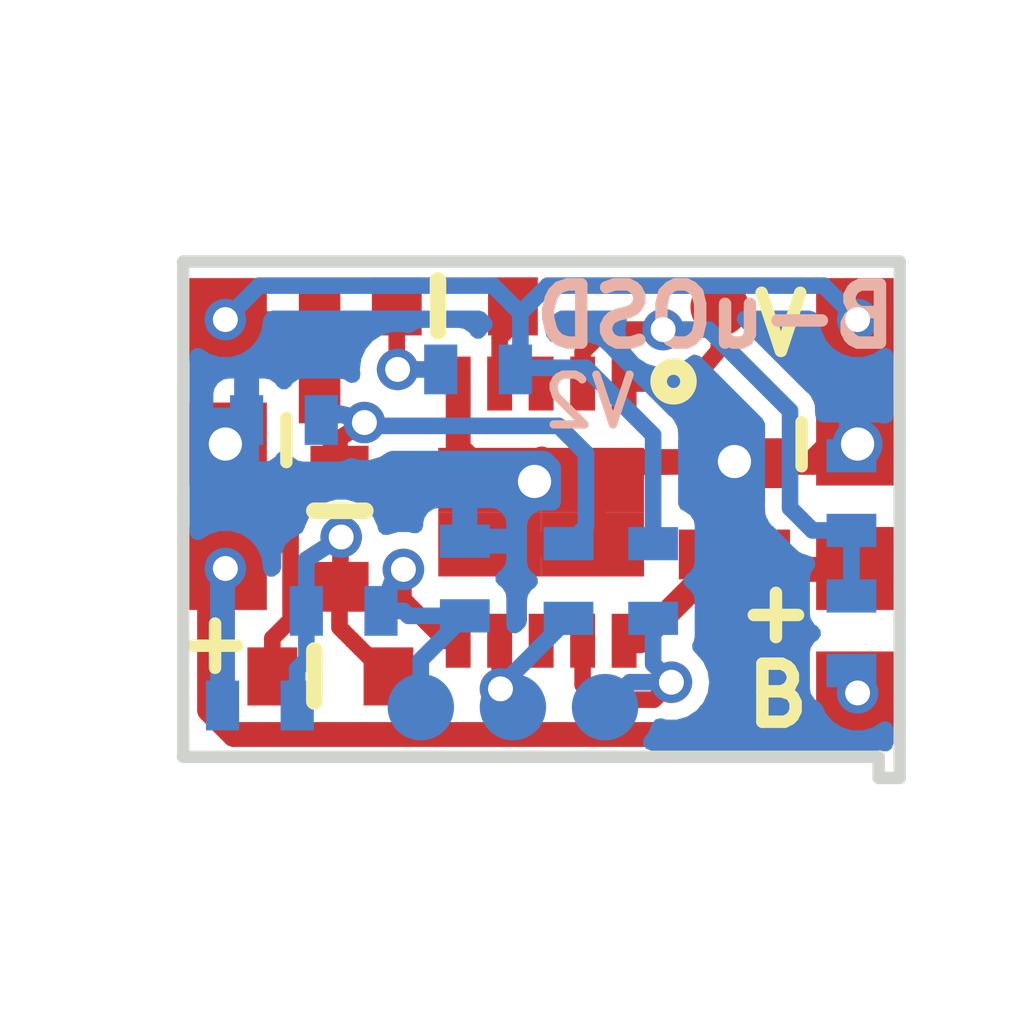
<source format=kicad_pcb>
(kicad_pcb (version 20221018) (generator pcbnew)
  (layers (0 "F.Cu" signal) (31 "B.Cu" signal) (34 "B.Paste" user) (35 "F.Paste" user) (36 "B.SilkS" user "B.Silkscreen") (37 "F.SilkS" user "F.Silkscreen") (38 "B.Mask" user) (39 "F.Mask" user) (44 "Edge.Cuts" user))
  (net 0 "")
  (net 1 "GND")
  (net 2 "VCC")
  (net 3 "Net-(C2-Pad1)")
  (net 4 "VIDEO")
  (net 5 "Net-(D1-Pad1)")
  (net 6 "Net-(D1-Pad2)")
  (net 7 "+BATT")
  (net 8 "Net-(R3-Pad2)")
  (net 9 "Net-(J3-Pad1)")
  (net 10 "Net-(J5-Pad1)")
  (net 11 "Net-(D2-Pad2)")
  (net 12 "Net-(J6-Pad1)")
  (net 13 "Net-(J4-Pad1)")
  (footprint "Capacitors_SMD:C_0402_NoSilk" (layer "F.Cu") (at 144.9 111.59 90)
    (fp_text reference "C2" hide)
    (fp_text value "100n" hide)
    (pad "1" smd rect (at -0.55 0 90) (size 0.6 0.5) (layers "F.Cu" "F.Paste" "F.Mask") (net 3 "Net-(C2-Pad1)"))
    (pad "2" smd rect (at 0.55 0 90) (size 0.6 0.5) (layers "F.Cu" "F.Paste" "F.Mask") (net 4 "VIDEO"))
  )
  (footprint "Capacitors_SMD:C_0402_NoSilk" (layer "F.Cu") (at 150.32 113.47 90)
    (fp_text reference "C4" hide)
    (fp_text value "100n")
    (pad "1" smd rect (at -0.55 0 90) (size 0.6 0.5) (layers "F.Cu" "F.Paste" "F.Mask") (net 2 "VCC"))
    (pad "2" smd rect (at 0.55 0 90) (size 0.6 0.5) (layers "F.Cu" "F.Paste" "F.Mask") (net 1 "GND"))
  )
  (footprint "D_SOD-523" (layer "F.Cu") (at 146.53 111.03)
    (fp_text reference "D1" hide)
    (fp_text value "1N4148WT")
    (pad "1" smd rect (at -0.7 0 180) (size 0.6 0.7) (layers "F.Cu" "F.Paste" "F.Mask") (net 5 "Net-(D1-Pad1)"))
    (pad "2" smd rect (at 0.7 0 180) (size 0.6 0.7) (layers "F.Cu" "F.Paste" "F.Mask") (net 6 "Net-(D1-Pad2)"))
  )
  (footprint "4pin_SMD_small" (layer "F.Cu") (at 151.384 115.189 90)
    (fp_text reference "J1" hide)
    (fp_text value "Camera" hide)
    (pad "1" smd rect (at -0.5 0 90) (size 1 1) (layers "F.Cu" "F.Paste" "F.Mask") (net 7 "+BATT"))
    (pad "2" smd rect (at 1 0 90) (size 1 1) (layers "F.Cu" "F.Paste" "F.Mask") (net 2 "VCC"))
    (pad "3" smd rect (at 2.5 0 90) (size 1 1) (layers "F.Cu" "F.Paste" "F.Mask") (net 1 "GND"))
    (pad "4" smd rect (at 4 0 90) (size 1 1) (layers "F.Cu" "F.Paste" "F.Mask") (net 4 "VIDEO"))
  )
  (footprint ".pretty:4pin_SMD_small" (layer "F.Cu") (at 143.764 115.189 90)
    (fp_text reference "J2" hide)
    (fp_text value "VTX" hide)
    (pad "2" smd rect (at 1 0 90) (size 1 1) (layers "F.Cu" "F.Paste" "F.Mask") (net 2 "VCC"))
    (pad "3" smd rect (at 2.5 0 90) (size 1 1) (layers "F.Cu" "F.Paste" "F.Mask") (net 1 "GND"))
    (pad "4" smd rect (at 4 0 90) (size 1 1) (layers "F.Cu" "F.Paste" "F.Mask") (net 4 "VIDEO"))
  )
  (footprint "DFN-10-1EP_3x3mm_Pitch0.5mm" (layer "F.Cu") (at 147.57 113.51 -90)
    (fp_text reference "U2" hide)
    (fp_text value "ATTINY13A-MMU")
    (pad "1" smd rect (at -1.55 -1 270) (size 0.65 0.3) (layers "F.Cu" "F.Paste" "F.Mask") (net 9 "Net-(J3-Pad1)"))
    (pad "2" smd rect (at -1.55 -0.5 270) (size 0.65 0.3) (layers "F.Cu" "F.Paste" "F.Mask") (net 8 "Net-(R3-Pad2)"))
    (pad "3" smd rect (at -1.55 0 270) (size 0.65 0.3) (layers "F.Cu" "F.Paste" "F.Mask"))
    (pad "4" smd rect (at -1.55 0.5 270) (size 0.65 0.3) (layers "F.Cu" "F.Paste" "F.Mask") (net 6 "Net-(D1-Pad2)"))
    (pad "5" smd rect (at -1.55 1 270) (size 0.65 0.3) (layers "F.Cu" "F.Paste" "F.Mask") (net 1 "GND"))
    (pad "5" smd rect (at -0.3875 -0.62 270) (size 0.775 1.24) (layers "F.Cu" "F.Paste" "F.Mask") (net 1 "GND"))
    (pad "5" smd rect (at -0.3875 0.62 270) (size 0.775 1.24) (layers "F.Cu" "F.Paste" "F.Mask") (net 1 "GND"))
    (pad "5" smd rect (at 0.3875 -0.62 270) (size 0.775 1.24) (layers "F.Cu" "F.Paste" "F.Mask") (net 1 "GND"))
    (pad "5" smd rect (at 0.3875 0.62 270) (size 0.775 1.24) (layers "F.Cu" "F.Paste" "F.Mask") (net 1 "GND"))
    (pad "6" smd rect (at 1.55 1 270) (size 0.65 0.3) (layers "F.Cu" "F.Paste" "F.Mask") (net 12 "Net-(J6-Pad1)"))
    (pad "7" smd rect (at 1.55 0.5 270) (size 0.65 0.3) (layers "F.Cu" "F.Paste" "F.Mask") (net 13 "Net-(J4-Pad1)"))
    (pad "8" smd rect (at 1.55 0 270) (size 0.65 0.3) (layers "F.Cu" "F.Paste" "F.Mask"))
    (pad "9" smd rect (at 1.55 -0.5 270) (size 0.65 0.3) (layers "F.Cu" "F.Paste" "F.Mask") (net 10 "Net-(J5-Pad1)"))
    (pad "10" smd rect (at 1.55 -1 270) (size 0.65 0.3) (layers "F.Cu" "F.Paste" "F.Mask") (net 2 "VCC"))
  )
  (footprint "Prog_pad" (layer "F.Cu") (at 149.72 111.04)
    (fp_text reference "J3" hide)
    (fp_text value "RST" hide)
    (pad "1" smd circle (at 0 0) (size 0.7 0.7) (layers "F.Cu" "F.Paste" "F.Mask") (net 9 "Net-(J3-Pad1)"))
  )
  (footprint "Diodes_SMD:D_SOD-523" (layer "F.Cu") (at 145.14 113.71 -90)
    (fp_text reference "D2" hide)
    (fp_text value "1N4148WT")
    (pad "1" smd rect (at -0.7 0 90) (size 0.6 0.7) (layers "F.Cu" "F.Paste" "F.Mask") (net 3 "Net-(C2-Pad1)"))
    (pad "2" smd rect (at 0.7 0 90) (size 0.6 0.7) (layers "F.Cu" "F.Paste" "F.Mask") (net 11 "Net-(D2-Pad2)"))
  )
  (footprint "Diodes_SMD:D_SOD-523" (layer "F.Cu") (at 145.03 115.49)
    (fp_text reference "D3" hide)
    (fp_text value "1N4148WT")
    (pad "1" smd rect (at -0.7 0 180) (size 0.6 0.7) (layers "F.Cu" "F.Paste" "F.Mask") (net 1 "GND"))
    (pad "2" smd rect (at 0.7 0 180) (size 0.6 0.7) (layers "F.Cu" "F.Paste" "F.Mask") (net 11 "Net-(D2-Pad2)"))
  )
  (footprint "Capacitors_SMD:C_0402_NoSilk" (layer "F.Cu") (at 149.48 113.47 90)
    (fp_text reference "C1" hide)
    (fp_text value "10uf")
    (pad "1" smd rect (at -0.55 0 90) (size 0.6 0.5) (layers "F.Cu" "F.Paste" "F.Mask") (net 2 "VCC"))
    (pad "2" smd rect (at 0.55 0 90) (size 0.6 0.5) (layers "F.Cu" "F.Paste" "F.Mask") (net 1 "GND"))
  )
  (footprint "Resistors_SMD:R_0402_NoSilk" (layer "B.Cu") (at 148.92 114.34 -90)
    (fp_text reference "R1" hide)
    (fp_text value "220" hide)
    (pad "1" smd rect (at -0.45 0 270) (size 0.4 0.6) (layers "B.Cu" "B.Paste" "B.Mask") (net 4 "VIDEO"))
    (pad "2" smd rect (at 0.45 0 270) (size 0.4 0.6) (layers "B.Cu" "B.Paste" "B.Mask") (net 10 "Net-(J5-Pad1)"))
  )
  (footprint "Resistors_SMD:R_0402_NoSilk" (layer "B.Cu") (at 146.81 111.79)
    (fp_text reference "R2" hide)
    (fp_text value "220" hide)
    (pad "1" smd rect (at -0.45 0) (size 0.4 0.6) (layers "B.Cu" "B.Paste" "B.Mask") (net 5 "Net-(D1-Pad1)"))
    (pad "2" smd rect (at 0.45 0) (size 0.4 0.6) (layers "B.Cu" "B.Paste" "B.Mask") (net 4 "VIDEO"))
  )
  (footprint "Resistors_SMD:R_0402_NoSilk" (layer "B.Cu") (at 151.31 114.97 90)
    (fp_text reference "R3" hide)
    (fp_text value "15K")
    (pad "1" smd rect (at -0.45 0 90) (size 0.4 0.6) (layers "B.Cu" "B.Paste" "B.Mask") (net 7 "+BATT"))
    (pad "2" smd rect (at 0.45 0 90) (size 0.4 0.6) (layers "B.Cu" "B.Paste" "B.Mask") (net 8 "Net-(R3-Pad2)"))
  )
  (footprint "Resistors_SMD:R_0402_NoSilk" (layer "B.Cu") (at 151.31 113.28 90)
    (fp_text reference "R4" hide)
    (fp_text value "1K")
    (pad "1" smd rect (at -0.45 0 90) (size 0.4 0.6) (layers "B.Cu" "B.Paste" "B.Mask") (net 8 "Net-(R3-Pad2)"))
    (pad "2" smd rect (at 0.45 0 90) (size 0.4 0.6) (layers "B.Cu" "B.Paste" "B.Mask") (net 1 "GND"))
  )
  (footprint "Resistors_SMD:R_0402_NoSilk" (layer "B.Cu") (at 144.47 112.4 180)
    (fp_text reference "R5" hide)
    (fp_text value "100K")
    (pad "1" smd rect (at -0.45 0 180) (size 0.4 0.6) (layers "B.Cu" "B.Paste" "B.Mask") (net 3 "Net-(C2-Pad1)"))
    (pad "2" smd rect (at 0.45 0 180) (size 0.4 0.6) (layers "B.Cu" "B.Paste" "B.Mask") (net 1 "GND"))
  )
  (footprint "Resistors_SMD:R_0402_NoSilk" (layer "B.Cu") (at 144.18 115.84)
    (fp_text reference "R6" hide)
    (fp_text value "10K")
    (pad "1" smd rect (at -0.45 0) (size 0.4 0.6) (layers "B.Cu" "B.Paste" "B.Mask") (net 2 "VCC"))
    (pad "2" smd rect (at 0.45 0) (size 0.4 0.6) (layers "B.Cu" "B.Paste" "B.Mask") (net 11 "Net-(D2-Pad2)"))
  )
  (footprint ".pretty:Prog_pad" (layer "B.Cu") (at 147.23 115.86)
    (fp_text reference "J4" hide)
    (fp_text value "MISO" hide)
    (pad "1" smd circle (at 0 0) (size 0.8 0.8) (layers "B.Cu" "B.Paste" "B.Mask") (net 13 "Net-(J4-Pad1)"))
  )
  (footprint ".pretty:Prog_pad" (layer "B.Cu") (at 148.34 115.86)
    (fp_text reference "J5" hide)
    (fp_text value "SCK" hide)
    (pad "1" smd circle (at 0 0) (size 0.8 0.8) (layers "B.Cu" "B.Paste" "B.Mask") (net 10 "Net-(J5-Pad1)"))
  )
  (footprint "Resistors_SMD:R_0402_NoSilk" (layer "B.Cu") (at 145.19 114.7)
    (fp_text reference "R7" hide)
    (fp_text value "90K")
    (pad "1" smd rect (at -0.45 0) (size 0.4 0.6) (layers "B.Cu" "B.Paste" "B.Mask") (net 11 "Net-(D2-Pad2)"))
    (pad "2" smd rect (at 0.45 0) (size 0.4 0.6) (layers "B.Cu" "B.Paste" "B.Mask") (net 12 "Net-(J6-Pad1)"))
  )
  (footprint ".pretty:Prog_pad" (layer "B.Cu") (at 146.12 115.86)
    (fp_text reference "J6" hide)
    (fp_text value "MOSI" hide)
    (pad "1" smd circle (at 0 0) (size 0.8 0.8) (layers "B.Cu" "B.Paste" "B.Mask") (net 12 "Net-(J6-Pad1)"))
  )
  (footprint "Resistors_SMD:R_0402_NoSilk" (layer "B.Cu") (at 146.65 114.31 90)
    (fp_text reference "R8" hide)
    (fp_text value "10K")
    (pad "1" smd rect (at -0.45 0 90) (size 0.4 0.6) (layers "B.Cu" "B.Paste" "B.Mask") (net 12 "Net-(J6-Pad1)"))
    (pad "2" smd rect (at 0.45 0 90) (size 0.4 0.6) (layers "B.Cu" "B.Paste" "B.Mask") (net 1 "GND"))
  )
  (footprint "Resistors_SMD:R_0402_NoSilk" (layer "B.Cu") (at 147.9 114.34 -90)
    (fp_text reference "R9" hide)
    (fp_text value "220")
    (pad "1" smd rect (at -0.45 0 270) (size 0.4 0.6) (layers "B.Cu" "B.Paste" "B.Mask") (net 3 "Net-(C2-Pad1)"))
    (pad "2" smd rect (at 0.45 0 270) (size 0.4 0.6) (layers "B.Cu" "B.Paste" "B.Mask") (net 13 "Net-(J4-Pad1)"))
  )
  (gr_line (start 144.8366 115.1772) (end 144.8366 115.79188) (stroke (width 0.2)) (layer "F.SilkS"))
  (gr_line (start 144.836489 113.4934) (end 145.451169 113.4934) (stroke (width 0.2)) (layer "F.SilkS"))
  (gr_line (start 146.3266 110.7172) (end 146.3266 111.33188) (stroke (width 0.2)) (layer "F.SilkS"))
  (gr_circle (center 149.166 111.934) (end 149.039 111.807) (stroke (width 0.2)) (fill none) (layer "F.SilkS"))
  (gr_line (start 151.892 116.713) (end 151.892 110.49) (stroke (width 0.15)) (layer "Edge.Cuts"))
  (gr_line (start 143.256 110.49) (end 143.256 116.459) (stroke (width 0.15)) (layer "Edge.Cuts"))
  (gr_line (start 143.256 116.459) (end 151.638 116.459) (stroke (width 0.15)) (layer "Edge.Cuts"))
  (gr_line (start 151.892 116.713) (end 151.638 116.713) (stroke (width 0.15)) (layer "Edge.Cuts"))
  (gr_line (start 151.638 116.459) (end 151.638 116.713) (stroke (width 0.15)) (layer "Edge.Cuts"))
  (gr_line (start 143.256 110.49) (end 151.892 110.49) (stroke (width 0.15)) (layer "Edge.Cuts"))
  (gr_text "B-uOSD" (at 149.67 111.15) (layer "B.SilkS") (effects (font (size 0.7 0.7)) (justify mirror)))
  (gr_text "V2" (at 148.15 112.18) (layer "B.SilkS") (effects (font (size 0.6 0.6) (thickness 0.1)) (justify mirror)))
  (gr_text "+" (at 143.64 115.07) (layer "F.SilkS") (effects (font (size 0.7 0.7))))
  (gr_text "V" (at 150.46 111.25) (layer "F.SilkS") (effects (font (size 0.7 0.7))))
  (gr_text "B" (at 150.42 115.72) (layer "F.SilkS") (effects (font (size 0.7 0.7))))
  (gr_text "-" (at 144.45 112.64 90) (layer "F.SilkS") (effects (font (size 0.7 0.7))))
  (gr_text "-" (at 150.66 112.69 90) (layer "F.SilkS") (effects (font (size 0.7 0.7))))
  (gr_text "+" (at 150.4 114.7) (layer "F.SilkS") (effects (font (size 0.7 0.7))))
  (segment (start 147.31636 112.99984) (end 147.35186 113.03534) (width 0.13) (layer "F.Cu") (net 1))
  (segment (start 147.33686 112.91484) (end 147.35186 112.92984) (width 0.13) (layer "F.Cu") (net 1))
  (segment (start 147.35186 112.92984) (end 147.35186 113.03534) (width 0.13) (layer "F.Cu") (net 1))
  (segment (start 144.061 112.987) (end 143.8 112.86) (width 0.3) (layer "F.Cu") (net 1))
  (segment (start 147.5765 112.869) (end 147.74 113.0325) (width 0.3) (layer "F.Cu") (net 1))
  (segment (start 151.071 112.689) (end 150.85 112.91) (width 0.3) (layer "F.Cu") (net 1))
  (segment (start 150.85 112.91) (end 150.28 112.91) (width 0.3) (layer "F.Cu") (net 1))
  (segment (start 147.49 113.14) (end 147.5675 113.2175) (width 0.3) (layer "F.Cu") (net 1))
  (segment (start 147.5675 113.2175) (end 147.68 113.2175) (width 0.3) (layer "F.Cu") (net 1))
  (segment (start 148.3925 112.92) (end 148.19 113.1225) (width 0.3) (layer "F.Cu") (net 1))
  (segment (start 146.57 112.7425) (end 146.95 113.1225) (width 0.3) (layer "F.Cu") (net 1))
  (segment (start 144.33 115.03) (end 144.55 114.81) (width 0.2) (layer "F.Cu") (net 1))
  (segment (start 144.55 114.81) (end 144.55 113.475) (width 0.2) (layer "F.Cu") (net 1))
  (segment (start 144.55 113.475) (end 143.764 112.689) (width 0.2) (layer "F.Cu") (net 1))
  (segment (start 148.4125 112.9) (end 148.19 113.1225) (width 0.3) (layer "F.Cu") (net 1))
  (segment (start 149.88 112.92) (end 149.9 112.9) (width 0.3) (layer "F.Cu") (net 1))
  (segment (start 149.9 112.9) (end 148.4125 112.9) (width 0.3) (layer "F.Cu") (net 1))
  (segment (start 146.95 113.8975) (end 148.19 113.8975) (width 0.3) (layer "F.Cu") (net 1))
  (segment (start 149.9 112.9) (end 148.3925 112.92) (width 0.3) (layer "F.Cu") (net 1))
  (segment (start 149.48 112.92) (end 149.88 112.92) (width 0.3) (layer "F.Cu") (net 1))
  (segment (start 149.9 112.9) (end 150.32 112.92) (width 0.3) (layer "F.Cu") (net 1))
  (segment (start 144.33 115.49) (end 144.33 115.03) (width 0.2) (layer "F.Cu") (net 1))
  (segment (start 146.57 111.96) (end 146.57 112.7425) (width 0.3) (layer "F.Cu") (net 1))
  (segment (start 147.68 113.2175) (end 147.74 113.0325) (width 0.3) (layer "F.Cu") (net 1))
  (segment (start 151.2 112.8) (end 151.03 112.757) (width 0.3) (layer "F.Cu") (net 1))
  (segment (start 148.19 113.8975) (end 148.19 113.1225) (width 0.3) (layer "F.Cu") (net 1))
  (segment (start 151.384 112.689) (end 151.071 112.689) (width 0.3) (layer "F.Cu") (net 1))
  (via (at 149.9 112.9) (size 0.6) (drill 0.4) (layers "F.Cu" "B.Cu") (net 1))
  (via (at 147.49 113.14) (size 0.6) (drill 0.4) (layers "F.Cu" "B.Cu") (net 1))
  (via (at 151.384 112.689) (size 0.6) (drill 0.4) (layers "F.Cu" "B.Cu") (net 1))
  (via (at 143.764 112.689) (size 0.6) (drill 0.4) (layers "F.Cu" "B.Cu") (net 1))
  (segment (start 151.384 112.689) (end 151.31 112.763) (width 0.3) (layer "B.Cu") (net 1))
  (segment (start 151.31 112.763) (end 151.31 112.83) (width 0.3) (layer "B.Cu") (net 1))
  (segment (start 143.764 112.689) (end 144.02 112.433) (width 0.3) (layer "B.Cu") (net 1))
  (segment (start 144.02 112.433) (end 144.02 112.27) (width 0.3) (layer "B.Cu") (net 1))
  (segment (start 143.764 112.784) (end 144.12 113.14) (width 0.3) (layer "B.Cu") (net 1))
  (segment (start 144.12 113.14) (end 146.96 113.14) (width 0.3) (layer "B.Cu") (net 1))
  (segment (start 146.96 113.14) (end 147.49 113.14) (width 0.3) (layer "B.Cu") (net 1))
  (segment (start 149.9 112.9) (end 149.92 112.88) (width 0.3) (layer "B.Cu") (net 1))
  (segment (start 146.65 113.27) (end 146.78 113.14) (width 0.3) (layer "B.Cu") (net 1))
  (segment (start 146.78 113.14) (end 147.49 113.14) (width 0.3) (layer "B.Cu") (net 1))
  (segment (start 146.65 113.86) (end 146.77 113.86) (width 0.3) (layer "B.Cu") (net 1))
  (segment (start 143.764 112.689) (end 143.764 112.784) (width 0.3) (layer "B.Cu") (net 1))
  (segment (start 146.65 113.86) (end 146.65 113.27) (width 0.3) (layer "B.Cu") (net 1))
  (segment (start 150.51 114.2) (end 150.521 114.189) (width 0.3) (layer "F.Cu") (net 2))
  (segment (start 150.521 114.189) (end 150.534 114.189) (width 0.3) (layer "F.Cu") (net 2))
  (segment (start 151.373 114.2) (end 151.384 114.189) (width 0.3) (layer "F.Cu") (net 2))
  (segment (start 143.574 115.894) (end 143.87 116.19) (width 0.3) (layer "F.Cu") (net 2))
  (segment (start 143.87 116.19) (end 149.94 116.19) (width 0.3) (layer "F.Cu") (net 2))
  (segment (start 149.94 116.19) (end 150.51 115.62) (width 0.3) (layer "F.Cu") (net 2))
  (segment (start 150.51 115.62) (end 150.51 114.2) (width 0.3) (layer "F.Cu") (net 2))
  (segment (start 150.51 114.2) (end 150.28 114.01) (width 0.3) (layer "F.Cu") (net 2))
  (segment (start 148.76 115.06) (end 149.48 114.34) (width 0.3) (layer "F.Cu") (net 2))
  (segment (start 149.48 114.34) (end 149.48 114.02) (width 0.3) (layer "F.Cu") (net 2))
  (segment (start 150.51 114.2) (end 151.373 114.2) (width 0.3) (layer "F.Cu") (net 2))
  (segment (start 148.57 115.06) (end 148.76 115.06) (width 0.3) (layer "F.Cu") (net 2))
  (segment (start 143.574 114.199) (end 143.574 115.894) (width 0.3) (layer "F.Cu") (net 2))
  (segment (start 149.48 114.02) (end 150.32 114.02) (width 0.3) (layer "F.Cu") (net 2))
  (segment (start 143.764 114.189) (end 144.059 114.189) (width 0.3) (layer "F.Cu") (net 2))
  (via (at 143.764 114.189) (size 0.5) (drill 0.3) (layers "F.Cu" "B.Cu") (net 2))
  (segment (start 143.73 114.223) (end 143.764 114.189) (width 0.3) (layer "B.Cu") (net 2))
  (segment (start 143.73 115.84) (end 143.73 114.223) (width 0.3) (layer "B.Cu") (net 2))
  (segment (start 145.11 112.98) (end 145.14 113.01) (width 0.2) (layer "F.Cu") (net 3))
  (segment (start 145.44 112.43) (end 145.14 112.62) (width 0.2) (layer "F.Cu") (net 3))
  (segment (start 145.14 112.62) (end 145.14 113.01) (width 0.2) (layer "F.Cu") (net 3))
  (segment (start 144.9 112.14) (end 145.11 112.98) (width 0.2) (layer "F.Cu") (net 3))
  (via (at 145.44 112.43) (size 0.5) (drill 0.3) (layers "F.Cu" "B.Cu") (net 3))
  (segment (start 145.41 112.47) (end 145.32 112.38) (width 0.2) (layer "B.Cu") (net 3))
  (segment (start 145.32 112.38) (end 144.92 112.27) (width 0.2) (layer "B.Cu") (net 3))
  (segment (start 147.78 112.47) (end 148.11 112.8) (width 0.2) (layer "B.Cu") (net 3))
  (segment (start 148.11 112.8) (end 148.11 113.68) (width 0.2) (layer "B.Cu") (net 3))
  (segment (start 148.11 113.68) (end 147.9 113.89) (width 0.2) (layer "B.Cu") (net 3))
  (segment (start 145.39 112.38) (end 145.44 112.43) (width 0.2) (layer "B.Cu") (net 3))
  (segment (start 145.41 112.47) (end 147.78 112.47) (width 0.2) (layer "B.Cu") (net 3))
  (segment (start 144.92 112.27) (end 145.39 112.38) (width 0.2) (layer "B.Cu") (net 3))
  (segment (start 144.831 111.189) (end 144.87 111.15) (width 0.2) (layer "F.Cu") (net 4))
  (segment (start 144.751 111.189) (end 144.9 111.04) (width 0.2) (layer "F.Cu") (net 4))
  (segment (start 143.764 111.189) (end 144.751 111.189) (width 0.2) (layer "F.Cu") (net 4))
  (segment (start 143.764 111.189) (end 143.911 111.189) (width 0.2) (layer "F.Cu") (net 4))
  (via (at 151.384 111.189) (size 0.5) (drill 0.3) (layers "F.Cu" "B.Cu") (net 4))
  (via (at 143.764 111.189) (size 0.5) (drill 0.3) (layers "F.Cu" "B.Cu") (net 4))
  (segment (start 150.975 110.78) (end 151.384 111.189) (width 0.2) (layer "B.Cu") (net 4))
  (segment (start 150.975 110.78) (end 147.65 110.78) (width 0.2) (layer "B.Cu") (net 4))
  (segment (start 147.65 110.78) (end 147.32 111.11) (width 0.2) (layer "B.Cu") (net 4))
  (segment (start 147.32 111.77) (end 147.32 111.11) (width 0.2) (layer "B.Cu") (net 4))
  (segment (start 144.173 110.78) (end 143.764 111.189) (width 0.2) (layer "B.Cu") (net 4))
  (segment (start 144.173 110.78) (end 146.99 110.78) (width 0.2) (layer "B.Cu") (net 4))
  (segment (start 147.32 111.11) (end 146.99 110.78) (width 0.2) (layer "B.Cu") (net 4))
  (segment (start 148.11 111.77) (end 148.92 112.58) (width 0.2) (layer "B.Cu") (net 4))
  (segment (start 148.92 112.58) (end 148.92 113.89) (width 0.2) (layer "B.Cu") (net 4))
  (segment (start 147.32 111.77) (end 148.11 111.77) (width 0.2) (layer "B.Cu") (net 4))
  (segment (start 148.91 113.88) (end 148.92 113.89) (width 0.13) (layer "B.Cu") (net 4))
  (segment (start 145.83 111.78) (end 145.84 111.79) (width 0.2) (layer "F.Cu") (net 5))
  (segment (start 145.83 111.03) (end 145.83 111.78) (width 0.2) (layer "F.Cu") (net 5))
  (via (at 145.84 111.79) (size 0.5) (drill 0.3) (layers "F.Cu" "B.Cu") (net 5))
  (segment (start 145.84 111.79) (end 145.87 111.76) (width 0.2) (layer "B.Cu") (net 5))
  (segment (start 146.42 111.79) (end 145.84 111.79) (width 0.2) (layer "B.Cu") (net 5))
  (segment (start 147.23 111.25) (end 147.07 111.41) (width 0.2) (layer "F.Cu") (net 6))
  (segment (start 147.07 111.41) (end 147.07 111.96) (width 0.2) (layer "F.Cu") (net 6))
  (segment (start 147.23 111.03) (end 147.23 111.25) (width 0.2) (layer "F.Cu") (net 6))
  (via (at 151.384 115.689) (size 0.5) (drill 0.3) (layers "F.Cu" "B.Cu") (net 7))
  (segment (start 151.384 115.689) (end 151.31 115.615) (width 0.2) (layer "B.Cu") (net 7))
  (segment (start 151.31 115.615) (end 151.31 115.42) (width 0.2) (layer "B.Cu") (net 7))
  (segment (start 148.07 111.58) (end 148.34 111.31) (width 0.2) (layer "F.Cu") (net 8))
  (segment (start 148.34 111.31) (end 149.04 111.31) (width 0.2) (layer "F.Cu") (net 8))
  (segment (start 148.07 111.58) (end 148.07 111.96) (width 0.2) (layer "F.Cu") (net 8))
  (via (at 149.04 111.31) (size 0.5) (drill 0.3) (layers "F.Cu" "B.Cu") (net 8))
  (segment (start 150.57 113.46) (end 150.84 113.73) (width 0.2) (layer "B.Cu") (net 8))
  (segment (start 151.31 113.73) (end 150.84 113.73) (width 0.2) (layer "B.Cu") (net 8))
  (segment (start 150.57 112.29) (end 149.59 111.31) (width 0.2) (layer "B.Cu") (net 8))
  (segment (start 149.59 111.31) (end 149.04 111.31) (width 0.2) (layer "B.Cu") (net 8))
  (segment (start 151.31 113.73) (end 151.31 114.52) (width 0.2) (layer "B.Cu") (net 8))
  (segment (start 151.31 114.52) (end 151.23 114.6) (width 0.13) (layer "B.Cu") (net 8))
  (segment (start 150.57 113.46) (end 150.57 112.29) (width 0.2) (layer "B.Cu") (net 8))
  (segment (start 149.37 111.96) (end 149.71 111.56) (width 0.2) (layer "F.Cu") (net 9))
  (segment (start 149.71 111.56) (end 149.72 111.04) (width 0.2) (layer "F.Cu") (net 9))
  (segment (start 148.57 111.96) (end 149.37 111.96) (width 0.2) (layer "F.Cu") (net 9))
  (segment (start 148.07 115.59) (end 148.25 115.77) (width 0.2) (layer "F.Cu") (net 10))
  (segment (start 148.25 115.77) (end 148.93 115.77) (width 0.2) (layer "F.Cu") (net 10))
  (segment (start 148.93 115.77) (end 149.14 115.56) (width 0.2) (layer "F.Cu") (net 10))
  (segment (start 148.07 115.06) (end 148.07 115.59) (width 0.2) (layer "F.Cu") (net 10))
  (via (at 149.14 115.56) (size 0.5) (drill 0.3) (layers "F.Cu" "B.Cu") (net 10))
  (segment (start 149.14 115.56) (end 148.92 115.34) (width 0.2) (layer "B.Cu") (net 10))
  (segment (start 148.92 115.34) (end 148.92 114.79) (width 0.2) (layer "B.Cu") (net 10))
  (segment (start 148.64 115.56) (end 148.34 115.86) (width 0.2) (layer "B.Cu") (net 10))
  (segment (start 148.92 114.79) (end 148.87 114.84) (width 0.2) (layer "B.Cu") (net 10))
  (segment (start 149.14 115.56) (end 148.64 115.56) (width 0.2) (layer "B.Cu") (net 10))
  (segment (start 145.14 114.9) (end 145.73 115.49) (width 0.2) (layer "F.Cu") (net 11))
  (segment (start 145.14 114.41) (end 145.16 113.81) (width 0.2) (layer "F.Cu") (net 11))
  (segment (start 145.14 114.41) (end 145.14 114.9) (width 0.2) (layer "F.Cu") (net 11))
  (via (at 145.16 113.81) (size 0.5) (drill 0.3) (layers "F.Cu" "B.Cu") (net 11))
  (segment (start 144.63 115.4) (end 144.74 115.29) (width 0.2) (layer "B.Cu") (net 11))
  (segment (start 144.74 115.29) (end 144.74 114.7) (width 0.2) (layer "B.Cu") (net 11))
  (segment (start 145.16 113.81) (end 144.74 114.08) (width 0.2) (layer "B.Cu") (net 11))
  (segment (start 144.74 114.08) (end 144.74 114.7) (width 0.2) (layer "B.Cu") (net 11))
  (segment (start 144.63 115.84) (end 144.63 115.4) (width 0.2) (layer "B.Cu") (net 11))
  (segment (start 146.41 115.06) (end 145.91 114.56) (width 0.2) (layer "F.Cu") (net 12))
  (segment (start 145.91 114.56) (end 145.91 114.2) (width 0.2) (layer "F.Cu") (net 12))
  (segment (start 146.57 115.06) (end 146.41 115.06) (width 0.2) (layer "F.Cu") (net 12))
  (via (at 145.91 114.2) (size 0.5) (drill 0.3) (layers "F.Cu" "B.Cu") (net 12))
  (segment (start 145.91 114.7) (end 145.97 114.76) (width 0.2) (layer "B.Cu") (net 12))
  (segment (start 145.97 114.76) (end 146.65 114.76) (width 0.2) (layer "B.Cu") (net 12))
  (segment (start 146.12 115.29) (end 146.65 114.76) (width 0.2) (layer "B.Cu") (net 12))
  (segment (start 145.91 114.2) (end 145.78 114.33) (width 0.2) (layer "B.Cu") (net 12))
  (segment (start 145.78 114.33) (end 145.64 114.7) (width 0.2) (layer "B.Cu") (net 12))
  (segment (start 145.64 114.7) (end 145.91 114.7) (width 0.2) (layer "B.Cu") (net 12))
  (segment (start 146.12 115.86) (end 146.12 115.29) (width 0.2) (layer "B.Cu") (net 12))
  (segment (start 147.07 115.63) (end 147.08 115.64) (width 0.2) (layer "F.Cu") (net 13))
  (segment (start 147.07 115.06) (end 147.07 115.63) (width 0.2) (layer "F.Cu") (net 13))
  (via (at 147.08 115.64) (size 0.5) (drill 0.3) (layers "F.Cu" "B.Cu") (net 13))
  (segment (start 147.23 115.46) (end 147.9 114.79) (width 0.2) (layer "B.Cu") (net 13))
  (segment (start 147.08 115.64) (end 147.23 115.79) (width 0.2) (layer "B.Cu") (net 13))
  (segment (start 147.23 115.79) (end 147.23 115.86) (width 0.2) (layer "B.Cu") (net 13))
  (segment (start 147.9 114.79) (end 147.86 114.83) (width 0.2) (layer "B.Cu") (net 13))
  (segment (start 147.23 115.86) (end 147.23 115.46) (width 0.2) (layer "B.Cu") (net 13))
  (zone (net 1) (net_name "GND") (layer "B.Cu") (connect_pads (clearance 0.2)) (min_thickness 0.2) (fill yes (thermal_gap 0.2) (thermal_bridge_width 0.3))
    (polygon (pts (xy 152.1 110.3) (xy 143.1 110.3) (xy 143.1 116.6) (xy 152.1 116.6)))
  )
)
</source>
